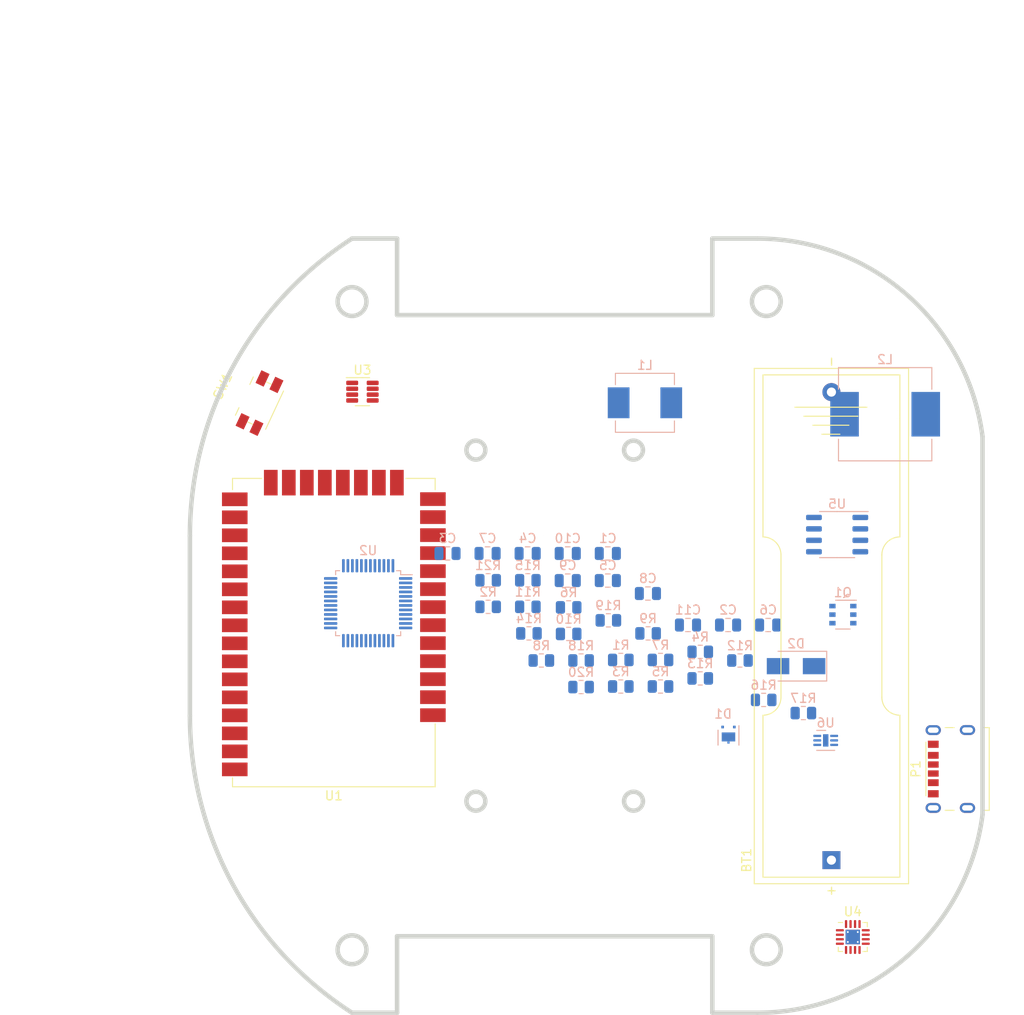
<source format=kicad_pcb>
(kicad_pcb (version 20211014) (generator pcbnew)
  (layers (0 "F.Cu" signal) (31 "B.Cu" signal) (34 "B.Paste" user) (35 "F.Paste" user) (36 "B.SilkS" user "B.Silkscreen") (37 "F.SilkS" user "F.Silkscreen") (38 "B.Mask" user) (39 "F.Mask" user) (44 "Edge.Cuts" user))
  (net 0 "")
  (net 1 "+BATT")
  (net 2 "GND")
  (net 3 "Net-(U3-Pad2)")
  (net 4 "Net-(U3-Pad6)")
  (net 5 "VBUS")
  (net 6 "Net-(U4-Pad5)")
  (net 7 "Net-(U5-Pad1)")
  (net 8 "Net-(C5-Pad2)")
  (net 9 "+2V5")
  (net 10 "+5V")
  (net 11 "Net-(D1-Pad2)")
  (net 12 "Net-(U5-Pad8)")
  (net 15 "Net-(Q1-Pad3)")
  (net 16 "Net-(U3-Pad7)")
  (net 17 "/Power_Charge/CHARGER_ST1")
  (net 18 "/Power_Charge/SHUTDOWN")
  (net 19 "/Power_Charge/CHARGER_ST2")
  (net 20 "/Power_Charge/BUTTON_SENSE")
  (net 21 "Net-(U4-Pad12)")
  (net 22 "Net-(U4-Pad8)")
  (net 23 "Net-(U5-Pad2)")
  (net 24 "Net-(U4-Pad15)")
  (net 25 "Net-(U4-Pad13)")
  (net 26 "Net-(U4-Pad16)")
  (net 27 "/Power_Charge/USB_SENSE")
  (net 28 "/Power_Charge/BATTERY_SENSE")
  (net 29 "Net-(U4-Pad10)")
  (net 30 "Net-(U3-Pad3)")
  (net 116 "/Power_Charge/SHUTDOWN_5V")
  (net 117 "Net-(C6-Pad1)")
  (net 118 "Net-(C9-Pad2)")
  (net 119 "Net-(L1-Pad1)")
  (footprint "Button_Switch_SMD:Panasonic_EVQPUJ_EVQPUA" (layer "F.Cu") (at 117.475 81.28 65)
    (fp_text reference "SW1" (at 0 -4.5 65) (layer "F.SilkS"))
    (fp_text value "SW_Push")
    (pad "1" smd rect (at 2.625 -0.85 245) (size 1.55 1) (layers "F.Cu" "F.Paste" "F.Mask") (net 2 "GND"))
    (pad "1" smd rect (at -2.625 -0.85 245) (size 1.55 1) (layers "F.Cu" "F.Paste" "F.Mask") (net 2 "GND"))
    (pad "2" smd rect (at 2.625 0.85 245) (size 1.55 1) (layers "F.Cu" "F.Paste" "F.Mask") (net 30 "Net-(U3-Pad3)"))
    (pad "2" smd rect (at -2.625 0.85 245) (size 1.55 1) (layers "F.Cu" "F.Paste" "F.Mask") (net 30 "Net-(U3-Pad3)"))
  )
  (footprint "Package_TO_SOT_SMD:SOT-23-8" (layer "F.Cu") (at 128.905 80.01)
    (fp_text reference "U3" (at 0 -2.4) (layer "F.SilkS"))
    (fp_text value "LTC2954")
    (pad "1" smd roundrect (at -1.1375 -0.975) (size 1.325 0.5) (layers "F.Cu" "F.Paste" "F.Mask") (net 2 "GND"))
    (pad "2" smd roundrect (at -1.1375 -0.325) (size 1.325 0.5) (layers "F.Cu" "F.Paste" "F.Mask") (net 3 "Net-(U3-Pad2)"))
    (pad "3" smd roundrect (at -1.1375 0.325) (size 1.325 0.5) (layers "F.Cu" "F.Paste" "F.Mask") (net 30 "Net-(U3-Pad3)"))
    (pad "4" smd roundrect (at -1.1375 0.975) (size 1.325 0.5) (layers "F.Cu" "F.Paste" "F.Mask") (net 1 "+BATT"))
    (pad "5" smd roundrect (at 1.1375 0.975) (size 1.325 0.5) (layers "F.Cu" "F.Paste" "F.Mask") (net 18 "/Power_Charge/SHUTDOWN"))
    (pad "6" smd roundrect (at 1.1375 0.325) (size 1.325 0.5) (layers "F.Cu" "F.Paste" "F.Mask") (net 4 "Net-(U3-Pad6)"))
    (pad "7" smd roundrect (at 1.1375 -0.325) (size 1.325 0.5) (layers "F.Cu" "F.Paste" "F.Mask") (net 16 "Net-(U3-Pad7)"))
    (pad "8" smd roundrect (at 1.1375 -0.975) (size 1.325 0.5) (layers "F.Cu" "F.Paste" "F.Mask") (net 20 "/Power_Charge/BUTTON_SENSE"))
  )
  (footprint "RF_Module:Digi_XBee_SMT" (layer "F.Cu") (at 125.73 106.045 180)
    (fp_text reference "U1" (at 0 -18.85) (layer "F.SilkS"))
    (fp_text value "XBee_SMT")
    (pad "1" smd rect (at -11 -9.9 180) (size 2.84 1.52) (layers "F.Cu" "F.Paste" "F.Mask"))
    (pad "2" smd rect (at -11 -7.9 180) (size 2.84 1.52) (layers "F.Cu" "F.Paste" "F.Mask"))
    (pad "3" smd rect (at -11 -5.9 180) (size 2.84 1.52) (layers "F.Cu" "F.Paste" "F.Mask"))
    (pad "4" smd rect (at -11 -3.9 180) (size 2.84 1.52) (layers "F.Cu" "F.Paste" "F.Mask"))
    (pad "5" smd rect (at -11 -1.9 180) (size 2.84 1.52) (layers "F.Cu" "F.Paste" "F.Mask"))
    (pad "6" smd rect (at -11 0.1 180) (size 2.84 1.52) (layers "F.Cu" "F.Paste" "F.Mask"))
    (pad "7" smd rect (at -11 2.1 180) (size 2.84 1.52) (layers "F.Cu" "F.Paste" "F.Mask"))
    (pad "8" smd rect (at -11 4.1 180) (size 2.84 1.52) (layers "F.Cu" "F.Paste" "F.Mask"))
    (pad "9" smd rect (at -11 6.1 180) (size 2.84 1.52) (layers "F.Cu" "F.Paste" "F.Mask"))
    (pad "10" smd rect (at -11 8.1 180) (size 2.84 1.52) (layers "F.Cu" "F.Paste" "F.Mask"))
    (pad "11" smd rect (at -11 10.1 180) (size 2.84 1.52) (layers "F.Cu" "F.Paste" "F.Mask"))
    (pad "12" smd rect (at -11 12.1 180) (size 2.84 1.52) (layers "F.Cu" "F.Paste" "F.Mask"))
    (pad "13" smd rect (at -11 14.1 180) (size 2.84 1.52) (layers "F.Cu" "F.Paste" "F.Mask"))
    (pad "14" smd rect (at -7 15.93 270) (size 2.84 1.52) (layers "F.Cu" "F.Paste" "F.Mask"))
    (pad "15" smd rect (at -5 15.93 270) (size 2.84 1.52) (layers "F.Cu" "F.Paste" "F.Mask"))
    (pad "16" smd rect (at -3 15.93 270) (size 2.84 1.52) (layers "F.Cu" "F.Paste" "F.Mask"))
    (pad "17" smd rect (at -1 15.93 270) (size 2.84 1.52) (layers "F.Cu" "F.Paste" "F.Mask"))
    (pad "18" smd rect (at 1 15.93 270) (size 2.84 1.52) (layers "F.Cu" "F.Paste" "F.Mask"))
    (pad "19" smd rect (at 3 15.93 270) (size 2.84 1.52) (layers "F.Cu" "F.Paste" "F.Mask"))
    (pad "20" smd rect (at 5 15.93 270) (size 2.84 1.52) (layers "F.Cu" "F.Paste" "F.Mask"))
    (pad "21" smd rect (at 7 15.93 270) (size 2.84 1.52) (layers "F.Cu" "F.Paste" "F.Mask"))
    (pad "22" smd rect (at 11 14.08 180) (size 2.84 1.52) (layers "F.Cu" "F.Paste" "F.Mask"))
    (pad "23" smd rect (at 11 12.08 180) (size 2.84 1.52) (layers "F.Cu" "F.Paste" "F.Mask"))
    (pad "24" smd rect (at 11 10.08 180) (size 2.84 1.52) (layers "F.Cu" "F.Paste" "F.Mask"))
    (pad "25" smd rect (at 11 8.08 180) (size 2.84 1.52) (layers "F.Cu" "F.Paste" "F.Mask"))
    (pad "26" smd rect (at 11 6.08 180) (size 2.84 1.52) (layers "F.Cu" "F.Paste" "F.Mask"))
    (pad "27" smd rect (at 11 4.08 180) (size 2.84 1.52) (layers "F.Cu" "F.Paste" "F.Mask"))
    (pad "28" smd rect (at 11 2.08 180) (size 2.84 1.52) (layers "F.Cu" "F.Paste" "F.Mask"))
    (pad "29" smd rect (at 11 0.08 180) (size 2.84 1.52) (layers "F.Cu" "F.Paste" "F.Mask"))
    (pad "30" smd rect (at 11 -1.92 180) (size 2.84 1.52) (layers "F.Cu" "F.Paste" "F.Mask"))
    (pad "31" smd rect (at 11 -3.92 180) (size 2.84 1.52) (layers "F.Cu" "F.Paste" "F.Mask"))
    (pad "32" smd rect (at 11 -5.92 180) (size 2.84 1.52) (layers "F.Cu" "F.Paste" "F.Mask"))
    (pad "33" smd rect (at 11 -7.92 180) (size 2.84 1.52) (layers "F.Cu" "F.Paste" "F.Mask"))
    (pad "34" smd rect (at 11 -9.92 180) (size 2.84 1.52) (layers "F.Cu" "F.Paste" "F.Mask"))
    (pad "35" smd rect (at 11 -11.92 180) (size 2.84 1.52) (layers "F.Cu" "F.Paste" "F.Mask"))
    (pad "36" smd rect (at 11 -13.92 180) (size 2.84 1.52) (layers "F.Cu" "F.Paste" "F.Mask"))
    (pad "37" smd rect (at 11 -15.92 180) (size 2.84 1.52) (layers "F.Cu" "F.Paste" "F.Mask"))
  )
  (footprint "Package_DFN_QFN:VQFN-16-1EP_3x3mm_P0.5mm_EP1.6x1.6mm_ThermalVias" (layer "F.Cu") (at 183.3475 140.585)
    (fp_text reference "U4" (at 0 -2.82) (layer "F.SilkS"))
    (fp_text value "L6924U")
    (pad "1" smd roundrect (at -1.4375 -0.75) (size 0.875 0.25) (layers "F.Cu" "F.Paste" "F.Mask") (net 5 "VBUS"))
    (pad "2" smd roundrect (at -1.4375 -0.25) (size 0.875 0.25) (layers "F.Cu" "F.Paste" "F.Mask") (net 5 "VBUS"))
    (pad "3" smd roundrect (at -1.4375 0.25) (size 0.875 0.25) (layers "F.Cu" "F.Paste" "F.Mask") (net 19 "/Power_Charge/CHARGER_ST2"))
    (pad "4" smd roundrect (at -1.4375 0.75) (size 0.875 0.25) (layers "F.Cu" "F.Paste" "F.Mask") (net 17 "/Power_Charge/CHARGER_ST1"))
    (pad "5" smd roundrect (at -0.75 1.4375) (size 0.25 0.875) (layers "F.Cu" "F.Paste" "F.Mask") (net 6 "Net-(U4-Pad5)"))
    (pad "6" smd roundrect (at -0.25 1.4375) (size 0.25 0.875) (layers "F.Cu" "F.Paste" "F.Mask") (net 2 "GND"))
    (pad "7" smd roundrect (at 0.25 1.4375) (size 0.25 0.875) (layers "F.Cu" "F.Paste" "F.Mask") (net 2 "GND"))
    (pad "8" smd roundrect (at 0.75 1.4375) (size 0.25 0.875) (layers "F.Cu" "F.Paste" "F.Mask") (net 22 "Net-(U4-Pad8)"))
    (pad "9" smd roundrect (at 1.4375 0.75) (size 0.875 0.25) (layers "F.Cu" "F.Paste" "F.Mask") (net 5 "VBUS"))
    (pad "10" smd roundrect (at 1.4375 0.25) (size 0.875 0.25) (layers "F.Cu" "F.Paste" "F.Mask") (net 29 "Net-(U4-Pad10)"))
    (pad "11" smd roundrect (at 1.4375 -0.25) (size 0.875 0.25) (layers "F.Cu" "F.Paste" "F.Mask") (net 1 "+BATT"))
    (pad "12" smd roundrect (at 1.4375 -0.75) (size 0.875 0.25) (layers "F.Cu" "F.Paste" "F.Mask") (net 21 "Net-(U4-Pad12)"))
    (pad "13" smd roundrect (at 0.75 -1.4375) (size 0.25 0.875) (layers "F.Cu" "F.Paste" "F.Mask") (net 25 "Net-(U4-Pad13)"))
    (pad "14" smd roundrect (at 0.25 -1.4375) (size 0.25 0.875) (layers "F.Cu" "F.Paste" "F.Mask") (net 5 "VBUS"))
    (pad "15" smd roundrect (at -0.25 -1.4375) (size 0.25 0.875) (layers "F.Cu" "F.Paste" "F.Mask") (net 24 "Net-(U4-Pad15)"))
    (pad "16" smd roundrect (at -0.75 -1.4375) (size 0.25 0.875) (layers "F.Cu" "F.Paste" "F.Mask") (net 26 "Net-(U4-Pad16)"))
    (pad "17" smd rect (at 0 0) (size 1.6 1.6) (layers "F.Cu" "F.Mask") (net 2 "GND"))
    (pad "17" thru_hole circle (at -0.55 0.55) (size 0.5 0.5) (drill 0.2) (layers *.Cu) (net 2 "GND"))
    (pad "17" smd rect (at 0 0) (size 1.6 1.6) (layers "B.Cu") (net 2 "GND"))
    (pad "17" thru_hole circle (at -0.55 -0.55) (size 0.5 0.5) (drill 0.2) (layers *.Cu) (net 2 "GND"))
    (pad "17" thru_hole circle (at 0.55 0.55) (size 0.5 0.5) (drill 0.2) (layers *.Cu) (net 2 "GND"))
    (pad "17" thru_hole circle (at 0.55 -0.55) (size 0.5 0.5) (drill 0.2) (layers *.Cu) (net 2 "GND"))
  )
  (footprint "Battery:BatteryHolder_Keystone_2460_1xAA" (layer "F.Cu") (at 180.975 132.045 90)
    (fp_text reference "BT1" (at -0.02 -9.42 90) (layer "F.SilkS"))
    (fp_text value "Li-ION")
    (fp_text user "+" (at -3.4 -0.06 90) (layer "F.SilkS"))
    (fp_text user "-" (at 55.37 -0.06 90) (layer "F.SilkS"))
    (pad "" np_thru_hole circle (at 49.23 5.995 90) (size 2.64 2.64) (drill 2.64) (layers *.Cu *.Mask))
    (pad "" np_thru_hole circle (at 2.75 -5.995 180) (size 2.64 2.64) (drill 2.64) (layers *.Cu *.Mask))
    (pad "1" thru_hole rect (at 0 0 270) (size 2 2) (drill 1.02) (layers *.Cu *.Mask) (net 1 "+BATT"))
    (pad "2" thru_hole circle (at 51.99 0 270) (size 2 2) (drill 1.02) (layers *.Cu *.Mask) (net 2 "GND"))
  )
  (footprint "INSA:USB_C_Receptacle_GCT_USB4125" (layer "F.Cu") (at 191.6 126.395 90)
    (fp_text reference "P1" (at 4.475 -1.25 90) (layer "F.SilkS"))
    (fp_text value "USB_C_Plug_GCT_USB4125")
    (pad "A5" smd rect (at 3.97 0.68 90) (size 0.7 1.2) (layers "F.Cu" "F.Paste" "F.Mask"))
    (pad "A9" smd rect (at 5.99 0.68 90) (size 0.76 1.2) (layers "F.Cu" "F.Paste" "F.Mask") (net 5 "VBUS"))
    (pad "A12" smd rect (at 7.22 0.68 90) (size 0.8 1.2) (layers "F.Cu" "F.Paste" "F.Mask") (net 2 "GND"))
    (pad "B5" smd rect (at 4.97 0.68 90) (size 0.7 1.2) (layers "F.Cu" "F.Paste" "F.Mask"))
    (pad "B9" smd rect (at 2.95 0.68 90) (size 0.76 1.2) (layers "F.Cu" "F.Paste" "F.Mask") (net 5 "VBUS"))
    (pad "B12" smd rect (at 1.72 0.68 90) (size 0.8 1.2) (layers "F.Cu" "F.Paste" "F.Mask") (net 2 "GND"))
    (pad "S1" thru_hole oval (at 8.79 0.68 90) (size 1.1 1.7) (drill oval 0.6 1.2) (layers *.Cu *.Mask) (net 2 "GND"))
    (pad "S1" thru_hole oval (at 0.15 4.48 90) (size 1.1 1.7) (drill oval 0.6 1.2) (layers *.Cu *.Mask) (net 2 "GND"))
    (pad "S1" thru_hole oval (at 8.8 4.48 90) (size 1.1 1.7) (drill oval 0.6 1.2) (layers *.Cu *.Mask) (net 2 "GND"))
    (pad "S1" thru_hole oval (at 0.15 0.68 90) (size 1.1 1.7) (drill oval 0.6 1.2) (layers *.Cu *.Mask) (net 2 "GND"))
  )
  (footprint "Resistor_SMD:R_0805_2012Metric" (layer "B.Cu") (at 151.8 106.92 180)
    (fp_text reference "R10" (at 0 1.65) (layer "B.SilkS") (effects (justify mirror)))
    (fp_text value "3.72K")
    (pad "1" smd roundrect (at -0.9125 0 180) (size 1.025 1.4) (layers "B.Cu" "B.Paste" "B.Mask") (roundrect_rratio 0.243902) (net 23 "Net-(U5-Pad2)"))
    (pad "2" smd roundrect (at 0.9125 0 180) (size 1.025 1.4) (layers "B.Cu" "B.Paste" "B.Mask") (roundrect_rratio 0.243902) (net 10 "+5V"))
  )
  (footprint "Package_QFP:LQFP-48_7x7mm_P0.5mm" (layer "B.Cu") (at 129.54 103.505 180)
    (fp_text reference "U2" (at 0 5.85) (layer "B.SilkS") (effects (justify mirror)))
    (fp_text value "STM32L031C6Tx")
    (pad "1" smd roundrect (at -4.1625 2.75 180) (size 1.475 0.3) (layers "B.Cu" "B.Paste" "B.Mask"))
    (pad "2" smd roundrect (at -4.1625 2.25 180) (size 1.475 0.3) (layers "B.Cu" "B.Paste" "B.Mask"))
    (pad "3" smd roundrect (at -4.1625 1.75 180) (size 1.475 0.3) (layers "B.Cu" "B.Paste" "B.Mask"))
    (pad "4" smd roundrect (at -4.1625 1.25 180) (size 1.475 0.3) (layers "B.Cu" "B.Paste" "B.Mask"))
    (pad "5" smd roundrect (at -4.1625 0.75 180) (size 1.475 0.3) (layers "B.Cu" "B.Paste" "B.Mask"))
    (pad "6" smd roundrect (at -4.1625 0.25 180) (size 1.475 0.3) (layers "B.Cu" "B.Paste" "B.Mask"))
    (pad "7" smd roundrect (at -4.1625 -0.25 180) (size 1.475 0.3) (layers "B.Cu" "B.Paste" "B.Mask"))
    (pad "8" smd roundrect (at -4.1625 -0.75 180) (size 1.475 0.3) (layers "B.Cu" "B.Paste" "B.Mask"))
    (pad "9" smd roundrect (at -4.1625 -1.25 180) (size 1.475 0.3) (layers "B.Cu" "B.Paste" "B.Mask"))
    (pad "10" smd roundrect (at -4.1625 -1.75 180) (size 1.475 0.3) (layers "B.Cu" "B.Paste" "B.Mask"))
    (pad "11" smd roundrect (at -4.1625 -2.25 180) (size 1.475 0.3) (layers "B.Cu" "B.Paste" "B.Mask"))
    (pad "12" smd roundrect (at -4.1625 -2.75 180) (size 1.475 0.3) (layers "B.Cu" "B.Paste" "B.Mask"))
    (pad "13" smd roundrect (at -2.75 -4.1625 180) (size 0.3 1.475) (layers "B.Cu" "B.Paste" "B.Mask"))
    (pad "14" smd roundrect (at -2.25 -4.1625 180) (size 0.3 1.475) (layers "B.Cu" "B.Paste" "B.Mask"))
    (pad "15" smd roundrect (at -1.75 -4.1625 180) (size 0.3 1.475) (layers "B.Cu" "B.Paste" "B.Mask"))
    (pad "16" smd roundrect (at -1.25 -4.1625 180) (size 0.3 1.475) (layers "B.Cu" "B.Paste" "B.Mask"))
    (pad "17" smd roundrect (at -0.75 -4.1625 180) (size 0.3 1.475) (layers "B.Cu" "B.Paste" "B.Mask"))
    (pad "18" smd roundrect (at -0.25 -4.1625 180) (size 0.3 1.475) (layers "B.Cu" "B.Paste" "B.Mask"))
    (pad "19" smd roundrect (at 0.25 -4.1625 180) (size 0.3 1.475) (layers "B.Cu" "B.Paste" "B.Mask"))
    (pad "20" smd roundrect (at 0.75 -4.1625 180) (size 0.3 1.475) (layers "B.Cu" "B.Paste" "B.Mask"))
    (pad "21" smd roundrect (at 1.25 -4.1625 180) (size 0.3 1.475) (layers "B.Cu" "B.Paste" "B.Mask"))
    (pad "22" smd roundrect (at 1.75 -4.1625 180) (size 0.3 1.475) (layers "B.Cu" "B.Paste" "B.Mask"))
    (pad "23" smd roundrect (at 2.25 -4.1625 180) (size 0.3 1.475) (layers "B.Cu" "B.Paste" "B.Mask"))
    (pad "24" smd roundrect (at 2.75 -4.1625 180) (size 0.3 1.475) (layers "B.Cu" "B.Paste" "B.Mask"))
    (pad "25" smd roundrect (at 4.1625 -2.75 180) (size 1.475 0.3) (layers "B.Cu" "B.Paste" "B.Mask"))
    (pad "26" smd roundrect (at 4.1625 -2.25 180) (size 1.475 0.3) (layers "B.Cu" "B.Paste" "B.Mask"))
    (pad "27" smd roundrect (at 4.1625 -1.75 180) (size 1.475 0.3) (layers "B.Cu" "B.Paste" "B.Mask"))
    (pad "28" smd roundrect (at 4.1625 -1.25 180) (size 1.475 0.3) (layers "B.Cu" "B.Paste" "B.Mask"))
    (pad "29" smd roundrect (at 4.1625 -0.75 180) (size 1.475 0.3) (layers "B.Cu" "B.Paste" "B.Mask"))
    (pad "30" smd roundrect (at 4.1625 -0.25 180) (size 1.475 0.3) (layers "B.Cu" "B.Paste" "B.Mask"))
    (pad "31" smd roundrect (at 4.1625 0.25 180) (size 1.475 0.3) (layers "B.Cu" "B.Paste" "B.Mask"))
    (pad "32" smd roundrect (at 4.1625 0.75 180) (size 1.475 0.3) (layers "B.Cu" "B.Paste" "B.Mask"))
    (pad "33" smd roundrect (at 4.1625 1.25 180) (size 1.475 0.3) (layers "B.Cu" "B.Paste" "B.Mask"))
    (pad "34" smd roundrect (at 4.1625 1.75 180) (size 1.475 0.3) (layers "B.Cu" "B.Paste" "B.Mask"))
    (pad "35" smd roundrect (at 4.1625 2.25 180) (size 1.475 0.3) (layers "B.Cu" "B.Paste" "B.Mask"))
    (pad "36" smd roundrect (at 4.1625 2.75 180) (size 1.475 0.3) (layers "B.Cu" "B.Paste" "B.Mask"))
    (pad "37" smd roundrect (at 2.75 4.1625 180) (size 0.3 1.475) (layers "B.Cu" "B.Paste" "B.Mask"))
    (pad "38" smd roundrect (at 2.25 4.1625 180) (size 0.3 1.475) (layers "B.Cu" "B.Paste" "B.Mask"))
    (pad "39" smd roundrect (at 1.75 4.1625 180) (size 0.3 1.475) (layers "B.Cu" "B.Paste" "B.Mask"))
    (pad "40" smd roundrect (at 1.25 4.1625 180) (size 0.3 1.475) (layers "B.Cu" "B.Paste" "B.Mask"))
    (pad "41" smd roundrect (at 0.75 4.1625 180) (size 0.3 1.475) (layers "B.Cu" "B.Paste" "B.Mask"))
    (pad "42" smd roundrect (at 0.25 4.1625 180) (size 0.3 1.475) (layers "B.Cu" "B.Paste" "B.Mask"))
    (pad "43" smd roundrect (at -0.25 4.1625 180) (size 0.3 1.475) (layers "B.Cu" "B.Paste" "B.Mask"))
    (pad "44" smd roundrect (at -0.75 4.1625 180) (size 0.3 1.475) (layers "B.Cu" "B.Paste" "B.Mask"))
    (pad "45" smd roundrect (at -1.25 4.1625 180) (size 0.3 1.475) (layers "B.Cu" "B.Paste" "B.Mask"))
    (pad "46" smd roundrect (at -1.75 4.1625 180) (size 0.3 1.475) (layers "B.Cu" "B.Paste" "B.Mask"))
    (pad "47" smd roundrect (at -2.25 4.1625 180) (size 0.3 1.475) (layers "B.Cu" "B.Paste" "B.Mask"))
    (pad "48" smd roundrect (at -2.75 4.1625 180) (size 0.3 1.475) (layers "B.Cu" "B.Paste" "B.Mask"))
  )
  (footprint "Capacitor_SMD:C_0805_2012Metric" (layer "B.Cu") (at 147.25 97.98 180)
    (fp_text reference "C4" (at 0 1.68) (layer "B.SilkS") (effects (justify mirror)))
    (fp_text value "10nF")
    (pad "1" smd roundrect (at -0.95 0 180) (size 1 1.45) (layers "B.Cu" "B.Paste" "B.Mask") (net 6 "Net-(U4-Pad5)"))
    (pad "2" smd roundrect (at 0.95 0 180) (size 1 1.45) (layers "B.Cu" "B.Paste" "B.Mask") (net 2 "GND"))
  )
  (footprint "Resistor_SMD:R_0805_2012Metric" (layer "B.Cu") (at 162 109.81 180)
    (fp_text reference "R7" (at 0 1.65) (layer "B.SilkS") (effects (justify mirror)))
    (fp_text value "1K")
    (pad "1" smd roundrect (at -0.9125 0 180) (size 1.025 1.4) (layers "B.Cu" "B.Paste" "B.Mask") (roundrect_rratio 0.243902) (net 21 "Net-(U4-Pad12)"))
    (pad "2" smd roundrect (at 0.9125 0 180) (size 1.025 1.4) (layers "B.Cu" "B.Paste" "B.Mask") (roundrect_rratio 0.243902) (net 22 "Net-(U4-Pad8)"))
  )
  (footprint "Resistor_SMD:R_0805_2012Metric" (layer "B.Cu") (at 177.86 115.71 180)
    (fp_text reference "R17" (at 0 1.65) (layer "B.SilkS") (effects (justify mirror)))
    (fp_text value "R")
    (pad "1" smd roundrect (at -0.9125 0 180) (size 1.025 1.4) (layers "B.Cu" "B.Paste" "B.Mask") (roundrect_rratio 0.243902) (net 5 "VBUS"))
    (pad "2" smd roundrect (at 0.9125 0 180) (size 1.025 1.4) (layers "B.Cu" "B.Paste" "B.Mask") (roundrect_rratio 0.243902) (net 27 "/Power_Charge/USB_SENSE"))
  )
  (footprint "Capacitor_SMD:C_0805_2012Metric" (layer "B.Cu") (at 173.95 105.93 180)
    (fp_text reference "C6" (at 0 1.68) (layer "B.SilkS") (effects (justify mirror)))
    (fp_text value "10µF")
    (pad "1" smd roundrect (at -0.95 0 180) (size 1 1.45) (layers "B.Cu" "B.Paste" "B.Mask") (net 117 "Net-(C6-Pad1)"))
    (pad "2" smd roundrect (at 0.95 0 180) (size 1 1.45) (layers "B.Cu" "B.Paste" "B.Mask") (net 2 "GND"))
  )
  (footprint "Resistor_SMD:R_0805_2012Metric" (layer "B.Cu") (at 157.59 112.76 180)
    (fp_text reference "R3" (at 0 1.65) (layer "B.SilkS") (effects (justify mirror)))
    (fp_text value "1K")
    (pad "1" smd roundrect (at -0.9125 0 180) (size 1.025 1.4) (layers "B.Cu" "B.Paste" "B.Mask") (roundrect_rratio 0.243902) (net 9 "+2V5"))
    (pad "2" smd roundrect (at 0.9125 0 180) (size 1.025 1.4) (layers "B.Cu" "B.Paste" "B.Mask") (roundrect_rratio 0.243902) (net 17 "/Power_Charge/CHARGER_ST1"))
  )
  (footprint "Resistor_SMD:R_0805_2012Metric" (layer "B.Cu") (at 157.59 109.81 180)
    (fp_text reference "R1" (at 0 1.65) (layer "B.SilkS") (effects (justify mirror)))
    (fp_text value "100K")
    (pad "1" smd roundrect (at -0.9125 0 180) (size 1.025 1.4) (layers "B.Cu" "B.Paste" "B.Mask") (roundrect_rratio 0.243902) (net 1 "+BATT"))
    (pad "2" smd roundrect (at 0.9125 0 180) (size 1.025 1.4) (layers "B.Cu" "B.Paste" "B.Mask") (roundrect_rratio 0.243902) (net 15 "Net-(Q1-Pad3)"))
  )
  (footprint "Capacitor_SMD:C_0805_2012Metric" (layer "B.Cu") (at 142.8 97.98 180)
    (fp_text reference "C7" (at 0 1.68) (layer "B.SilkS") (effects (justify mirror)))
    (fp_text value "1µF")
    (pad "1" smd roundrect (at -0.95 0 180) (size 1 1.45) (layers "B.Cu" "B.Paste" "B.Mask") (net 1 "+BATT"))
    (pad "2" smd roundrect (at 0.95 0 180) (size 1 1.45) (layers "B.Cu" "B.Paste" "B.Mask") (net 2 "GND"))
  )
  (footprint "Resistor_SMD:R_0805_2012Metric" (layer "B.Cu") (at 166.41 111.86 180)
    (fp_text reference "R13" (at 0 1.65) (layer "B.SilkS") (effects (justify mirror)))
    (fp_text value "2.2K")
    (pad "1" smd roundrect (at -0.9125 0 180) (size 1.025 1.4) (layers "B.Cu" "B.Paste" "B.Mask") (roundrect_rratio 0.243902) (net 25 "Net-(U4-Pad13)"))
    (pad "2" smd roundrect (at 0.9125 0 180) (size 1.025 1.4) (layers "B.Cu" "B.Paste" "B.Mask") (roundrect_rratio 0.243902) (net 2 "GND"))
  )
  (footprint "Resistor_SMD:R_0805_2012Metric" (layer "B.Cu") (at 147.27 100.96 180)
    (fp_text reference "R15" (at 0 1.65) (layer "B.SilkS") (effects (justify mirror)))
    (fp_text value "33.2K")
    (pad "1" smd roundrect (at -0.9125 0 180) (size 1.025 1.4) (layers "B.Cu" "B.Paste" "B.Mask") (roundrect_rratio 0.243902) (net 118 "Net-(C9-Pad2)"))
    (pad "2" smd roundrect (at 0.9125 0 180) (size 1.025 1.4) (layers "B.Cu" "B.Paste" "B.Mask") (roundrect_rratio 0.243902) (net 9 "+2V5"))
  )
  (footprint "Resistor_SMD:R_0805_2012Metric" (layer "B.Cu") (at 142.86 100.96 180)
    (fp_text reference "R21" (at 0 1.65) (layer "B.SilkS") (effects (justify mirror)))
    (fp_text value "7,5K")
    (pad "1" smd roundrect (at -0.9125 0 180) (size 1.025 1.4) (layers "B.Cu" "B.Paste" "B.Mask") (roundrect_rratio 0.243902) (net 29 "Net-(U4-Pad10)"))
    (pad "2" smd roundrect (at 0.9125 0 180) (size 1.025 1.4) (layers "B.Cu" "B.Paste" "B.Mask") (roundrect_rratio 0.243902) (net 1 "+BATT"))
  )
  (footprint "Capacitor_SMD:C_0805_2012Metric" (layer "B.Cu") (at 138.35 97.98 180)
    (fp_text reference "C3" (at 0 1.68) (layer "B.SilkS") (effects (justify mirror)))
    (fp_text value "1µF")
    (pad "1" smd roundrect (at -0.95 0 180) (size 1 1.45) (layers "B.Cu" "B.Paste" "B.Mask") (net 5 "VBUS"))
    (pad "2" smd roundrect (at 0.95 0 180) (size 1 1.45) (layers "B.Cu" "B.Paste" "B.Mask") (net 2 "GND"))
  )
  (footprint "Resistor_SMD:R_0805_2012Metric" (layer "B.Cu") (at 142.86 103.91 180)
    (fp_text reference "R2" (at 0 1.65) (layer "B.SilkS") (effects (justify mirror)))
    (fp_text value "10R")
    (pad "1" smd roundrect (at -0.9125 0 180) (size 1.025 1.4) (layers "B.Cu" "B.Paste" "B.Mask") (roundrect_rratio 0.243902) (net 15 "Net-(Q1-Pad3)"))
    (pad "2" smd roundrect (at 0.9125 0 180) (size 1.025 1.4) (layers "B.Cu" "B.Paste" "B.Mask") (roundrect_rratio 0.243902) (net 16 "Net-(U3-Pad7)"))
  )
  (footprint "Capacitor_SMD:C_0805_2012Metric" (layer "B.Cu") (at 160.6 102.43 180)
    (fp_text reference "C8" (at 0 1.68) (layer "B.SilkS") (effects (justify mirror)))
    (fp_text value "22µF")
    (pad "1" smd roundrect (at -0.95 0 180) (size 1 1.45) (layers "B.Cu" "B.Paste" "B.Mask") (net 117 "Net-(C6-Pad1)"))
    (pad "2" smd roundrect (at 0.95 0 180) (size 1 1.45) (layers "B.Cu" "B.Paste" "B.Mask") (net 2 "GND"))
  )
  (footprint "Resistor_SMD:R_0805_2012Metric" (layer "B.Cu") (at 173.45 114.25 180)
    (fp_text reference "R16" (at 0 1.65) (layer "B.SilkS") (effects (justify mirror)))
    (fp_text value "10K")
    (pad "1" smd roundrect (at -0.9125 0 180) (size 1.025 1.4) (layers "B.Cu" "B.Paste" "B.Mask") (roundrect_rratio 0.243902) (net 2 "GND"))
    (pad "2" smd roundrect (at 0.9125 0 180) (size 1.025 1.4) (layers "B.Cu" "B.Paste" "B.Mask") (roundrect_rratio 0.243902) (net 118 "Net-(C9-Pad2)"))
  )
  (footprint "Diode_SMD:D_SMA" (layer "B.Cu") (at 177.05 110.5 180)
    (fp_text reference "D2" (at 0 2.5) (layer "B.SilkS") (effects (justify mirror)))
    (fp_text value "FM5818-W")
    (pad "1" smd rect (at -2 0 180) (size 2.5 1.8) (layers "B.Cu" "B.Paste" "B.Mask") (net 10 "+5V"))
    (pad "2" smd rect (at 2 0 180) (size 2.5 1.8) (layers "B.Cu" "B.Paste" "B.Mask") (net 12 "Net-(U5-Pad8)"))
  )
  (footprint "Resistor_SMD:R_0805_2012Metric" (layer "B.Cu") (at 162 112.76 180)
    (fp_text reference "R5" (at 0 1.65) (layer "B.SilkS") (effects (justify mirror)))
    (fp_text value "1K")
    (pad "1" smd roundrect (at -0.9125 0 180) (size 1.025 1.4) (layers "B.Cu" "B.Paste" "B.Mask") (roundrect_rratio 0.243902) (net 9 "+2V5"))
    (pad "2" smd roundrect (at 0.9125 0 180) (size 1.025 1.4) (layers "B.Cu" "B.Paste" "B.Mask") (roundrect_rratio 0.243902) (net 19 "/Power_Charge/CHARGER_ST2"))
  )
  (footprint "Resistor_SMD:R_0805_2012Metric" (layer "B.Cu") (at 147.27 103.91 180)
    (fp_text reference "R11" (at 0 1.65) (layer "B.SilkS") (effects (justify mirror)))
    (fp_text value "1.28K")
    (pad "1" smd roundrect (at -0.9125 0 180) (size 1.025 1.4) (layers "B.Cu" "B.Paste" "B.Mask") (roundrect_rratio 0.243902) (net 2 "GND"))
    (pad "2" smd roundrect (at 0.9125 0 180) (size 1.025 1.4) (layers "B.Cu" "B.Paste" "B.Mask") (roundrect_rratio 0.243902) (net 23 "Net-(U5-Pad2)"))
  )
  (footprint "Capacitor_SMD:C_0805_2012Metric" (layer "B.Cu") (at 156.15 100.99 180)
    (fp_text reference "C5" (at 0 1.68) (layer "B.SilkS") (effects (justify mirror)))
    (fp_text value "10nF")
    (pad "1" smd roundrect (at -0.95 0 180) (size 1 1.45) (layers "B.Cu" "B.Paste" "B.Mask") (net 7 "Net-(U5-Pad1)"))
    (pad "2" smd roundrect (at 0.95 0 180) (size 1 1.45) (layers "B.Cu" "B.Paste" "B.Mask") (net 8 "Net-(C5-Pad2)"))
  )
  (footprint "Resistor_SMD:R_0805_2012Metric" (layer "B.Cu") (at 153.18 109.87 180)
    (fp_text reference "R18" (at 0 1.65) (layer "B.SilkS") (effects (justify mirror)))
    (fp_text value "R")
    (pad "1" smd roundrect (at -0.9125 0 180) (size 1.025 1.4) (layers "B.Cu" "B.Paste" "B.Mask") (roundrect_rratio 0.243902) (net 27 "/Power_Charge/USB_SENSE"))
    (pad "2" smd roundrect (at 0.9125 0 180) (size 1.025 1.4) (layers "B.Cu" "B.Paste" "B.Mask") (roundrect_rratio 0.243902) (net 2 "GND"))
  )
  (footprint "Resistor_SMD:R_0805_2012Metric" (layer "B.Cu") (at 156.21 105.41 180)
    (fp_text reference "R19" (at 0 1.65) (layer "B.SilkS") (effects (justify mirror)))
    (fp_text value "R")
    (pad "1" smd roundrect (at -0.9125 0 180) (size 1.025 1.4) (layers "B.Cu" "B.Paste" "B.Mask") (roundrect_rratio 0.243902) (net 1 "+BATT"))
    (pad "2" smd roundrect (at 0.9125 0 180) (size 1.025 1.4) (layers "B.Cu" "B.Paste" "B.Mask") (roundrect_rratio 0.243902) (net 28 "/Power_Charge/BATTERY_SENSE"))
  )
  (footprint "Capacitor_SMD:C_0805_2012Metric" (layer "B.Cu") (at 165.05 105.93 180)
    (fp_text reference "C11" (at 0 1.68) (layer "B.SilkS") (effects (justify mirror)))
    (fp_text value "10µF")
    (pad "1" smd roundrect (at -0.95 0 180) (size 1 1.45) (layers "B.Cu" "B.Paste" "B.Mask") (net 9 "+2V5"))
    (pad "2" smd roundrect (at 0.95 0 180) (size 1 1.45) (layers "B.Cu" "B.Paste" "B.Mask") (net 2 "GND"))
  )
  (footprint "Resistor_SMD:R_0805_2012Metric" (layer "B.Cu") (at 160.62 106.86 180)
    (fp_text reference "R9" (at 0 1.65) (layer "B.SilkS") (effects (justify mirror)))
    (fp_text value "470R")
    (pad "1" smd roundrect (at -0.9125 0 180) (size 1.025 1.4) (layers "B.Cu" "B.Paste" "B.Mask") (roundrect_rratio 0.243902) (net 22 "Net-(U4-Pad8)"))
    (pad "2" smd roundrect (at 0.9125 0 180) (size 1.025 1.4) (layers "B.Cu" "B.Paste" "B.Mask") (roundrect_rratio 0.243902) (net 2 "GND"))
  )
  (footprint "Resistor_SMD:R_0805_2012Metric" (layer "B.Cu") (at 147.39 106.86 180)
    (fp_text reference "R14" (at 0 1.65) (layer "B.SilkS") (effects (justify mirror)))
    (fp_text value "25.5K")
    (pad "1" smd roundrect (at -0.9125 0 180) (size 1.025 1.4) (layers "B.Cu" "B.Paste" "B.Mask") (roundrect_rratio 0.243902) (net 26 "Net-(U4-Pad16)"))
    (pad "2" smd roundrect (at 0.9125 0 180) (size 1.025 1.4) (layers "B.Cu" "B.Paste" "B.Mask") (roundrect_rratio 0.243902) (net 2 "GND"))
  )
  (footprint "Capacitor_SMD:C_0805_2012Metric" (layer "B.Cu") (at 151.7 97.98 180)
    (fp_text reference "C10" (at 0 1.68) (layer "B.SilkS") (effects (justify mirror)))
    (fp_text value "22µF")
    (pad "1" smd roundrect (at -0.95 0 180) (size 1 1.45) (layers "B.Cu" "B.Paste" "B.Mask") (net 10 "+5V"))
    (pad "2" smd roundrect (at 0.95 0 180) (size 1 1.45) (layers "B.Cu" "B.Paste" "B.Mask") (net 2 "GND"))
  )
  (footprint "Resistor_SMD:R_0805_2012Metric" (layer "B.Cu") (at 148.77 109.87 180)
    (fp_text reference "R8" (at 0 1.65) (layer "B.SilkS") (effects (justify mirror)))
    (fp_text value "5K")
    (pad "1" smd roundrect (at -0.9125 0 180) (size 1.025 1.4) (layers "B.Cu" "B.Paste" "B.Mask") (roundrect_rratio 0.243902) (net 2 "GND"))
    (pad "2" smd roundrect (at 0.9125 0 180) (size 1.025 1.4) (layers "B.Cu" "B.Paste" "B.Mask") (roundrect_rratio 0.243902) (net 8 "Net-(C5-Pad2)"))
  )
  (footprint "Resistor_SMD:R_0805_2012Metric" (layer "B.Cu") (at 151.8 103.97 180)
    (fp_text reference "R6" (at 0 1.65) (layer "B.SilkS") (effects (justify mirror)))
    (fp_text value "10K")
    (pad "1" smd roundrect (at -0.9125 0 180) (size 1.025 1.4) (layers "B.Cu" "B.Paste" "B.Mask") (roundrect_rratio 0.243902) (net 9 "+2V5"))
    (pad "2" smd roundrect (at 0.9125 0 180) (size 1.025 1.4) (layers "B.Cu" "B.Paste" "B.Mask") (roundrect_rratio 0.243902) (net 20 "/Power_Charge/BUTTON_SENSE"))
  )
  (footprint "Resistor_SMD:R_0805_2012Metric" (layer "B.Cu") (at 170.82 109.87 180)
    (fp_text reference "R12" (at 0 1.65) (layer "B.SilkS") (effects (justify mirror)))
    (fp_text value "25.5K")
    (pad "1" smd roundrect (at -0.9125 0 180) (size 1.025 1.4) (layers "B.Cu" "B.Paste" "B.Mask") (roundrect_rratio 0.243902) (net 24 "Net-(U4-Pad15)"))
    (pad "2" smd roundrect (at 0.9125 0 180) (size 1.025 1.4) (layers "B.Cu" "B.Paste" "B.Mask") (roundrect_rratio 0.243902) (net 2 "GND"))
  )
  (footprint "Capacitor_SMD:C_0805_2012Metric" (layer "B.Cu") (at 156.15 97.98 180)
    (fp_text reference "C1" (at 0 1.68) (layer "B.SilkS") (effects (justify mirror)))
    (fp_text value "10nF")
    (pad "1" smd roundrect (at -0.95 0 180) (size 1 1.45) (layers "B.Cu" "B.Paste" "B.Mask") (net 3 "Net-(U3-Pad2)"))
    (pad "2" smd roundrect (at 0.95 0 180) (size 1 1.45) (layers "B.Cu" "B.Paste" "B.Mask") (net 2 "GND"))
  )
  (footprint "Inductor_SMD:L_Vishay_IHLP-2525" (layer "B.Cu") (at 160.27 81.245 180)
    (fp_text reference "L1" (at 0 4.175) (layer "B.SilkS") (effects (justify mirror)))
    (fp_text value "3.3µH")
    (pad "1" smd rect (at -2.921 0 180) (size 2.413 3.429) (layers "B.Cu" "B.Paste" "B.Mask") (net 119 "Net-(L1-Pad1)"))
    (pad "2" smd rect (at 2.921 0 180) (size 2.413 3.429) (layers "B.Cu" "B.Paste" "B.Mask") (net 9 "+2V5"))
  )
  (footprint "Package_SO:TSOP-6_1.65x3.05mm_P0.95mm" (layer "B.Cu") (at 182.245 104.775 180)
    (fp_text reference "Q1" (at 0 2.45) (layer "B.SilkS") (effects (justify mirror)))
    (fp_text value "PMN52XP")
    (pad "1" smd rect (at -1.16 0.95 180) (size 0.7 0.51) (layers "B.Cu" "B.Paste" "B.Mask") (net 11 "Net-(D1-Pad2)"))
    (pad "2" smd rect (at -1.16 0 180) (size 0.7 0.51) (layers "B.Cu" "B.Paste" "B.Mask") (net 11 "Net-(D1-Pad2)"))
    (pad "3" smd rect (at -1.16 -0.95 180) (size 0.7 0.51) (layers "B.Cu" "B.Paste" "B.Mask") (net 15 "Net-(Q1-Pad3)"))
    (pad "4" smd rect (at 1.16 -0.95 180) (size 0.7 0.51) (layers "B.Cu" "B.Paste" "B.Mask") (net 1 "+BATT"))
    (pad "5" smd rect (at 1.16 0 180) (size 0.7 0.51) (layers "B.Cu" "B.Paste" "B.Mask") (net 11 "Net-(D1-Pad2)"))
    (pad "6" smd rect (at 1.16 0.95 180) (size 0.7 0.51) (layers "B.Cu" "B.Paste" "B.Mask") (net 11 "Net-(D1-Pad2)"))
  )
  (footprint "Inductor_SMD:L_Vishay_IHLP-4040" (layer "B.Cu") (at 186.94 82.515 180)
    (fp_text reference "L2" (at 0 6.08) (layer "B.SilkS") (effects (justify mirror)))
    (fp_text value "22µH")
    (pad "1" smd rect (at -4.5075 0 180) (size 3.175 4.95) (layers "B.Cu" "B.Paste" "B.Mask") (net 117 "Net-(C6-Pad1)"))
    (pad "2" smd rect (at 4.5075 0 180) (size 3.175 4.95) (layers "B.Cu" "B.Paste" "B.Mask") (net 12 "Net-(U5-Pad8)"))
  )
  (footprint "Package_DFN_QFN:DFN-6-1EP_2x2mm_P0.5mm_EP0.6x1.37mm" (layer "B.Cu") (at 180.34 118.745 180)
    (fp_text reference "U6" (at 0 1.95) (layer "B.SilkS") (effects (justify mirror)))
    (fp_text value "DIO6010")
    (pad "1" smd roundrect (at -0.9375 0.5 180) (size 0.875 0.25) (layers "B.Cu" "B.Paste" "B.Mask"))
    (pad "2" smd roundrect (at -0.9375 0 180) (size 0.875 0.25) (layers "B.Cu" "B.Paste" "B.Mask") (net 117 "Net-(C6-Pad1)"))
    (pad "3" smd roundrect (at -0.9375 -0.5 180) (size 0.875 0.25) (layers "B.Cu" "B.Paste" "B.Mask") (net 117 "Net-(C6-Pad1)"))
    (pad "4" smd roundrect (at 0.9375 -0.5 180) (size 0.875 0.25) (layers "B.Cu" "B.Paste" "B.Mask") (net 119 "Net-(L1-Pad1)"))
    (pad "5" smd roundrect (at 0.9375 0 180) (size 0.875 0.25) (layers "B.Cu" "B.Paste" "B.Mask") (net 2 "GND"))
    (pad "6" smd roundrect (at 0.9375 0.5 180) (size 0.875 0.25) (layers "B.Cu" "B.Paste" "B.Mask") (net 118 "Net-(C9-Pad2)"))
    (pad "7" smd rect (at 0 0 180) (size 0.6 1.37) (layers "B.Cu" "B.Mask"))
  )
  (footprint "Capacitor_SMD:C_0805_2012Metric" (layer "B.Cu") (at 151.7 100.99 180)
    (fp_text reference "C9" (at 0 1.68) (layer "B.SilkS") (effects (justify mirror)))
    (fp_text value "22pF")
    (pad "1" smd roundrect (at -0.95 0 180) (size 1 1.45) (layers "B.Cu" "B.Paste" "B.Mask") (net 9 "+2V5"))
    (pad "2" smd roundrect (at 0.95 0 180) (size 1 1.45) (layers "B.Cu" "B.Paste" "B.Mask") (net 118 "Net-(C9-Pad2)"))
  )
  (footprint "INSA:Nexperia_SOT-1061" (layer "B.Cu") (at 170.545 117.11 180)
    (fp_text reference "D1" (at 1.6 1.3) (layer "B.SilkS") (effects (justify mirror)))
    (fp_text value "PMEG2020CPA")
    (pad "1" smd rect (at 1.65 -0.15 90) (size 0.3 0.3) (layers "B.Cu" "B.Paste" "B.Mask") (net 5 "VBUS"))
    (pad "2" smd rect (at 0.35 -0.15 90) (size 0.3 0.3) (layers "B.Cu" "B.Paste" "B.Mask") (net 11 "Net-(D1-Pad2)"))
    (pad "3" smd rect (at 1 -1.875 90) (size 0.25 0.25) (layers "B.Cu" "B.Mask") (net 117 "Net-(C6-Pad1)"))
    (pad "3" smd rect (at 1 -1.25 90) (size 1 1.5) (layers "B.Cu" "B.Mask") (net 117 "Net-(C6-Pad1)"))
  )
  (footprint "Package_SO:SO-8_3.9x4.9mm_P1.27mm" (layer "B.Cu") (at 181.61 95.885 180)
    (fp_text reference "U5" (at 0 3.4) (layer "B.SilkS") (effects (justify mirror)))
    (fp_text value "NCV5171")
    (pad "1" smd roundrect (at -2.575 1.905 180) (size 1.75 0.6) (layers "B.Cu" "B.Paste" "B.Mask") (net 7 "Net-(U5-Pad1)"))
    (pad "2" smd roundrect (at -2.575 0.635 180) (size 1.75 0.6) (layers "B.Cu" "B.Paste" "B.Mask") (net 23 "Net-(U5-Pad2)"))
    (pad "3" smd roundrect (at -2.575 -0.635 180) (size 1.75 0.6) (layers "B.Cu" "B.Paste" "B.Mask") (net 2 "GND"))
    (pad "4" smd roundrect (at -2.575 -1.905 180) (size 1.75 0.6) (layers "B.Cu" "B.Paste" "B.Mask") (net 116 "/Power_Charge/SHUTDOWN_5V"))
    (pad "5" smd roundrect (at 2.575 -1.905 180) (size 1.75 0.6) (layers "B.Cu" "B.Paste" "B.Mask") (net 117 "Net-(C6-Pad1)"))
    (pad "6" smd roundrect (at 2.575 -0.635 180) (size 1.75 0.6) (layers "B.Cu" "B.Paste" "B.Mask") (net 2 "GND"))
    (pad "7" smd roundrect (at 2.575 0.635 180) (size 1.75 0.6) (layers "B.Cu" "B.Paste" "B.Mask") (net 2 "GND"))
    (pad "8" smd roundrect (at 2.575 1.905 180) (size 1.75 0.6) (layers "B.Cu" "B.Paste" "B.Mask") (net 12 "Net-(U5-Pad8)"))
  )
  (footprint "Resistor_SMD:R_0805_2012Metric" (layer "B.Cu") (at 166.41 108.91 180)
    (fp_text reference "R4" (at 0 1.65) (layer "B.SilkS") (effects (justify mirror)))
    (fp_text value "10K")
    (pad "1" smd roundrect (at -0.9125 0 180) (size 1.025 1.4) (layers "B.Cu" "B.Paste" "B.Mask") (roundrect_rratio 0.243902) (net 9 "+2V5"))
    (pad "2" smd roundrect (at 0.9125 0 180) (size 1.025 1.4) (layers "B.Cu" "B.Paste" "B.Mask") (roundrect_rratio 0.243902) (net 18 "/Power_Charge/SHUTDOWN"))
  )
  (footprint "Capacitor_SMD:C_0805_2012Metric" (layer "B.Cu") (at 169.5 105.93 180)
    (fp_text reference "C2" (at 0 1.68) (layer "B.SilkS") (effects (justify mirror)))
    (fp_text value "68nF")
    (pad "1" smd roundrect (at -0.95 0 180) (size 1 1.45) (layers "B.Cu" "B.Paste" "B.Mask") (net 4 "Net-(U3-Pad6)"))
    (pad "2" smd roundrect (at 0.95 0 180) (size 1 1.45) (layers "B.Cu" "B.Paste" "B.Mask") (net 2 "GND"))
  )
  (footprint "Resistor_SMD:R_0805_2012Metric" (layer "B.Cu") (at 153.18 112.82 180)
    (fp_text reference "R20" (at 0 1.65) (layer "B.SilkS") (effects (justify mirror)))
    (fp_text value "R")
    (pad "1" smd roundrect (at -0.9125 0 180) (size 1.025 1.4) (layers "B.Cu" "B.Paste" "B.Mask") (roundrect_rratio 0.243902) (net 28 "/Power_Charge/BATTERY_SENSE"))
    (pad "2" smd roundrect (at 0.9125 0 180) (size 1.025 1.4) (layers "B.Cu" "B.Paste" "B.Mask") (roundrect_rratio 0.243902) (net 2 "GND"))
  )
  (gr_circle locked (center 173.75 70) (end 173.75 69.99) (layer "Edge.Cuts") (width 0.0001) (fill solid))
  (gr_circle locked (center 141.5 86.5) (end 141.5 86.49) (layer "Edge.Cuts") (width 0.0001) (fill solid))
  (gr_circle locked (center 173.75 70) (end 173.75 68.4) (layer "Edge.Cuts") (width 0.5) (fill none))
  (gr_circle locked (center 141.5 86.5) (end 141.5 85.45) (layer "Edge.Cuts") (width 0.5) (fill none))
  (gr_line locked (start 167.75 63) (end 167.75 71.5) (layer "Edge.Cuts") (width 0.5))
  (gr_line locked (start 109.75 96) (end 109.75 116) (layer "Edge.Cuts") (width 0.5))
  (gr_circle locked (center 127.75 142) (end 127.75 140.4) (layer "Edge.Cuts") (width 0.5) (fill none))
  (gr_arc locked (start 109.75 96) (mid 114.542599 77.205054) (end 127.75 63) (layer "Edge.Cuts") (width 0.5))
  (gr_line locked (start 197.75 127) (end 197.75 85) (layer "Edge.Cuts") (width 0.5))
  (gr_circle locked (center 127.75 70) (end 127.75 68.4) (layer "Edge.Cuts") (width 0.5) (fill none))
  (gr_line locked (start 167.75 149) (end 172.75 149) (layer "Edge.Cuts") (width 0.5))
  (gr_line locked (start 172.75 63) (end 167.75 63) (layer "Edge.Cuts") (width 0.5))
  (gr_circle locked (center 172.75 123.795455) (end 172.75 123.785455) (layer "Edge.Cuts") (width 0.0001) (fill solid))
  (gr_circle locked (center 159 125.5) (end 159 125.49) (layer "Edge.Cuts") (width 0.0001) (fill solid))
  (gr_circle locked (center 159 86.5) (end 159 86.49) (layer "Edge.Cuts") (width 0.0001) (fill solid))
  (gr_circle locked (center 172.75 88.204545) (end 172.75 88.194545) (layer "Edge.Cuts") (width 0.0001) (fill solid))
  (gr_circle locked (center 149 116) (end 149 115.99) (layer "Edge.Cuts") (width 0.0001) (fill solid))
  (gr_line locked (start 132.75 149) (end 132.75 140.5) (layer "Edge.Cuts") (width 0.5))
  (gr_line locked (start 167.75 140.5) (end 167.75 149) (layer "Edge.Cuts") (width 0.5))
  (gr_line locked (start 127.75 149) (end 132.75 149) (layer "Edge.Cuts") (width 0.5))
  (gr_line locked (start 167.75 71.5) (end 132.75 71.5) (layer "Edge.Cuts") (width 0.5))
  (gr_circle locked (center 127.75 70) (end 127.75 69.99) (layer "Edge.Cuts") (width 0.0001) (fill solid))
  (gr_arc locked (start 127.75 149) (mid 114.542599 134.794946) (end 109.75 116) (layer "Edge.Cuts") (width 0.5))
  (gr_circle locked (center 173.75 142) (end 173.75 140.4) (layer "Edge.Cuts") (width 0.5) (fill none))
  (gr_circle locked (center 149 96) (end 149 95.99) (layer "Edge.Cuts") (width 0.0001) (fill solid))
  (gr_line locked (start 132.75 63) (end 127.75 63) (layer "Edge.Cuts") (width 0.5))
  (gr_line locked (start 132.75 71.5) (end 132.75 63) (layer "Edge.Cuts") (width 0.5))
  (gr_arc locked (start 172.75 63) (mid 189.400824 69.283153) (end 197.75 85) (layer "Edge.Cuts") (width 0.5))
  (gr_circle locked (center 159 86.5) (end 159 85.45) (layer "Edge.Cuts") (width 0.5) (fill none))
  (gr_circle locked (center 173.75 142) (end 173.75 141.99) (layer "Edge.Cuts") (width 0.0001) (fill solid))
  (gr_circle locked (center 141.5 125.5) (end 141.5 125.49) (layer "Edge.Cuts") (width 0.0001) (fill solid))
  (gr_line locked (start 132.75 140.5) (end 167.75 140.5) (layer "Edge.Cuts") (width 0.5))
  (gr_circle locked (center 159 125.5) (end 159 124.45) (layer "Edge.Cuts") (width 0.5) (fill none))
  (gr_circle locked (center 141.5 125.5) (end 141.5 124.45) (layer "Edge.Cuts") (width 0.5) (fill none))
  (gr_arc locked (start 197.75 127) (mid 189.400826 142.716848) (end 172.75 149) (layer "Edge.Cuts") (width 0.5))
  (gr_circle locked (center 127.75 142) (end 127.75 141.99) (layer "Edge.Cuts") (width 0.0001) (fill solid))
)
</source>
